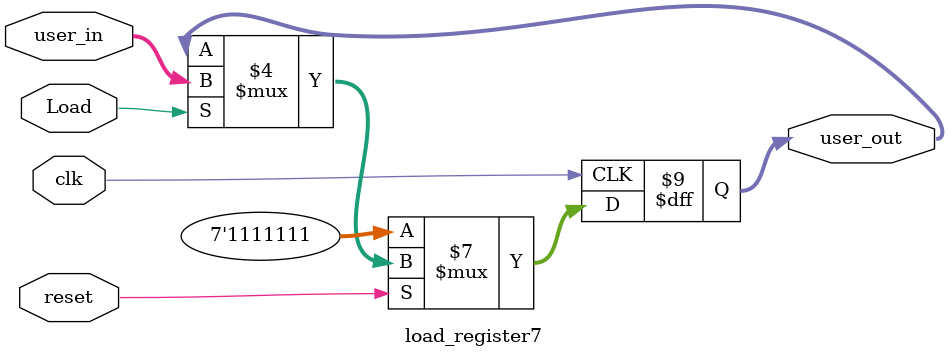
<source format=v>

module load_register7(clk,reset,Load,user_in,user_out);
	input clk,reset,Load;
	input [6:0] user_in;
	output [6:0] user_out;
	reg [6:0] user_out;
	
	always @(posedge clk)
		begin
		if(reset==0)
			begin
			user_out<=7'b1111111;
			end
		else if(Load==1'b1)
			begin
			user_out<=user_in;
			end
		end
endmodule

</source>
